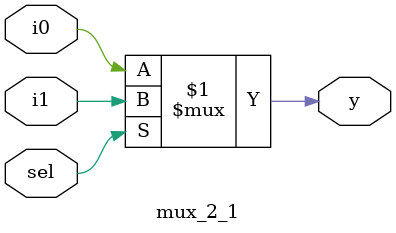
<source format=v>
`timescale 1ns / 1ps


module mux_2_1(
  input sel,
  input i0, i1,
  output y);
  
  assign y = sel ? i1 : i0;
endmodule

  

</source>
